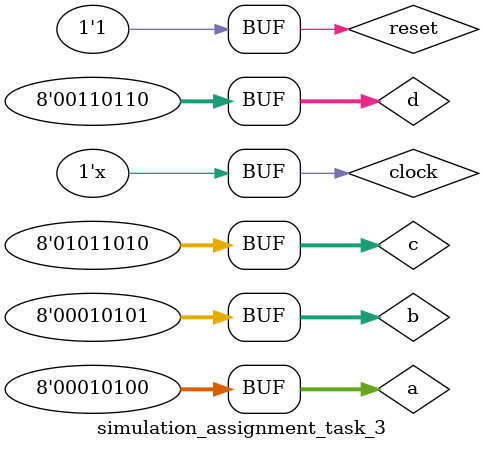
<source format=v>
module Task_3 (a, b, c, d, acc, clock, reset);
  input [7:0] a, b, c, d;
  input clock, reset;
  output[31:0] acc;
  reg [31:0] acc;
  
  always@(posedge clock, negedge reset)
  begin
    if (!reset)
    begin
      acc <= 0;
    end
    else
    begin
      acc <= acc + (a * b) + (c * d);
    end
  end
endmodule

module simulation_assignment_task_3();
  reg [7:0] a, b, c, d;
  reg clock, reset;
  wire [31:0] acc;
  
  Task_3 T3 (a, b, c, d, acc, clock, reset);
    
  initial
  begin
    clock = 0; reset = 0; a = 0; b = 0; c = 0; d = 0;
    
    #5 
    reset = 1;
    
    a = 10; b = 20; c = 12; d = 5;
    
    #10
    a = 20; b = 30; c = 112; d = 50;
    
    #10
    a = 55; b = 55; c = 55; d = 55;
    
    #10
    a = 20; b = 21; c = 90; d = 54;
    
  end
  
  always
  begin
    #5 
    clock = !clock;
  end
  
  initial
  begin
    $monitor("a = %d , b = %d , c = %d , d = %d , out = %d", a, b, c, d, acc);
  end
  
endmodule

</source>
